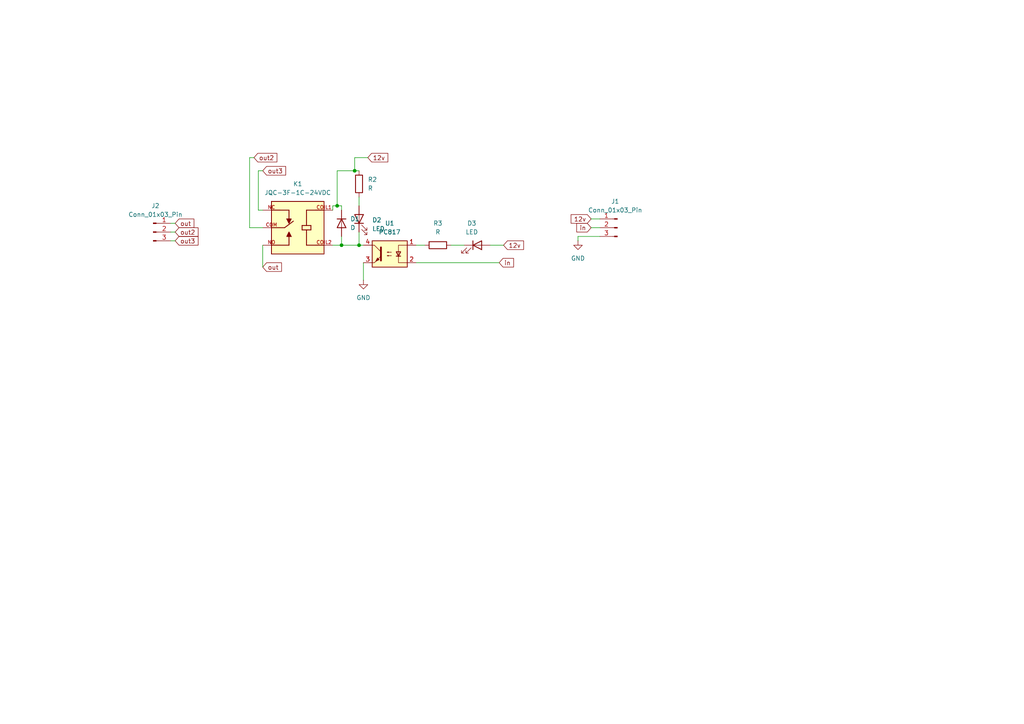
<source format=kicad_sch>
(kicad_sch
	(version 20231120)
	(generator "eeschema")
	(generator_version "8.0")
	(uuid "711123ed-1fea-4119-8f2e-d71af9db2218")
	(paper "A4")
	(lib_symbols
		(symbol "Connector:Conn_01x03_Pin"
			(pin_names
				(offset 1.016) hide)
			(exclude_from_sim no)
			(in_bom yes)
			(on_board yes)
			(property "Reference" "J"
				(at 0 5.08 0)
				(effects
					(font
						(size 1.27 1.27)
					)
				)
			)
			(property "Value" "Conn_01x03_Pin"
				(at 0 -5.08 0)
				(effects
					(font
						(size 1.27 1.27)
					)
				)
			)
			(property "Footprint" ""
				(at 0 0 0)
				(effects
					(font
						(size 1.27 1.27)
					)
					(hide yes)
				)
			)
			(property "Datasheet" "~"
				(at 0 0 0)
				(effects
					(font
						(size 1.27 1.27)
					)
					(hide yes)
				)
			)
			(property "Description" "Generic connector, single row, 01x03, script generated"
				(at 0 0 0)
				(effects
					(font
						(size 1.27 1.27)
					)
					(hide yes)
				)
			)
			(property "ki_locked" ""
				(at 0 0 0)
				(effects
					(font
						(size 1.27 1.27)
					)
				)
			)
			(property "ki_keywords" "connector"
				(at 0 0 0)
				(effects
					(font
						(size 1.27 1.27)
					)
					(hide yes)
				)
			)
			(property "ki_fp_filters" "Connector*:*_1x??_*"
				(at 0 0 0)
				(effects
					(font
						(size 1.27 1.27)
					)
					(hide yes)
				)
			)
			(symbol "Conn_01x03_Pin_1_1"
				(polyline
					(pts
						(xy 1.27 -2.54) (xy 0.8636 -2.54)
					)
					(stroke
						(width 0.1524)
						(type default)
					)
					(fill
						(type none)
					)
				)
				(polyline
					(pts
						(xy 1.27 0) (xy 0.8636 0)
					)
					(stroke
						(width 0.1524)
						(type default)
					)
					(fill
						(type none)
					)
				)
				(polyline
					(pts
						(xy 1.27 2.54) (xy 0.8636 2.54)
					)
					(stroke
						(width 0.1524)
						(type default)
					)
					(fill
						(type none)
					)
				)
				(rectangle
					(start 0.8636 -2.413)
					(end 0 -2.667)
					(stroke
						(width 0.1524)
						(type default)
					)
					(fill
						(type outline)
					)
				)
				(rectangle
					(start 0.8636 0.127)
					(end 0 -0.127)
					(stroke
						(width 0.1524)
						(type default)
					)
					(fill
						(type outline)
					)
				)
				(rectangle
					(start 0.8636 2.667)
					(end 0 2.413)
					(stroke
						(width 0.1524)
						(type default)
					)
					(fill
						(type outline)
					)
				)
				(pin passive line
					(at 5.08 2.54 180)
					(length 3.81)
					(name "Pin_1"
						(effects
							(font
								(size 1.27 1.27)
							)
						)
					)
					(number "1"
						(effects
							(font
								(size 1.27 1.27)
							)
						)
					)
				)
				(pin passive line
					(at 5.08 0 180)
					(length 3.81)
					(name "Pin_2"
						(effects
							(font
								(size 1.27 1.27)
							)
						)
					)
					(number "2"
						(effects
							(font
								(size 1.27 1.27)
							)
						)
					)
				)
				(pin passive line
					(at 5.08 -2.54 180)
					(length 3.81)
					(name "Pin_3"
						(effects
							(font
								(size 1.27 1.27)
							)
						)
					)
					(number "3"
						(effects
							(font
								(size 1.27 1.27)
							)
						)
					)
				)
			)
		)
		(symbol "Device:D"
			(pin_numbers hide)
			(pin_names
				(offset 1.016) hide)
			(exclude_from_sim no)
			(in_bom yes)
			(on_board yes)
			(property "Reference" "D"
				(at 0 2.54 0)
				(effects
					(font
						(size 1.27 1.27)
					)
				)
			)
			(property "Value" "D"
				(at 0 -2.54 0)
				(effects
					(font
						(size 1.27 1.27)
					)
				)
			)
			(property "Footprint" ""
				(at 0 0 0)
				(effects
					(font
						(size 1.27 1.27)
					)
					(hide yes)
				)
			)
			(property "Datasheet" "~"
				(at 0 0 0)
				(effects
					(font
						(size 1.27 1.27)
					)
					(hide yes)
				)
			)
			(property "Description" "Diode"
				(at 0 0 0)
				(effects
					(font
						(size 1.27 1.27)
					)
					(hide yes)
				)
			)
			(property "Sim.Device" "D"
				(at 0 0 0)
				(effects
					(font
						(size 1.27 1.27)
					)
					(hide yes)
				)
			)
			(property "Sim.Pins" "1=K 2=A"
				(at 0 0 0)
				(effects
					(font
						(size 1.27 1.27)
					)
					(hide yes)
				)
			)
			(property "ki_keywords" "diode"
				(at 0 0 0)
				(effects
					(font
						(size 1.27 1.27)
					)
					(hide yes)
				)
			)
			(property "ki_fp_filters" "TO-???* *_Diode_* *SingleDiode* D_*"
				(at 0 0 0)
				(effects
					(font
						(size 1.27 1.27)
					)
					(hide yes)
				)
			)
			(symbol "D_0_1"
				(polyline
					(pts
						(xy -1.27 1.27) (xy -1.27 -1.27)
					)
					(stroke
						(width 0.254)
						(type default)
					)
					(fill
						(type none)
					)
				)
				(polyline
					(pts
						(xy 1.27 0) (xy -1.27 0)
					)
					(stroke
						(width 0)
						(type default)
					)
					(fill
						(type none)
					)
				)
				(polyline
					(pts
						(xy 1.27 1.27) (xy 1.27 -1.27) (xy -1.27 0) (xy 1.27 1.27)
					)
					(stroke
						(width 0.254)
						(type default)
					)
					(fill
						(type none)
					)
				)
			)
			(symbol "D_1_1"
				(pin passive line
					(at -3.81 0 0)
					(length 2.54)
					(name "K"
						(effects
							(font
								(size 1.27 1.27)
							)
						)
					)
					(number "1"
						(effects
							(font
								(size 1.27 1.27)
							)
						)
					)
				)
				(pin passive line
					(at 3.81 0 180)
					(length 2.54)
					(name "A"
						(effects
							(font
								(size 1.27 1.27)
							)
						)
					)
					(number "2"
						(effects
							(font
								(size 1.27 1.27)
							)
						)
					)
				)
			)
		)
		(symbol "Device:LED"
			(pin_numbers hide)
			(pin_names
				(offset 1.016) hide)
			(exclude_from_sim no)
			(in_bom yes)
			(on_board yes)
			(property "Reference" "D"
				(at 0 2.54 0)
				(effects
					(font
						(size 1.27 1.27)
					)
				)
			)
			(property "Value" "LED"
				(at 0 -2.54 0)
				(effects
					(font
						(size 1.27 1.27)
					)
				)
			)
			(property "Footprint" ""
				(at 0 0 0)
				(effects
					(font
						(size 1.27 1.27)
					)
					(hide yes)
				)
			)
			(property "Datasheet" "~"
				(at 0 0 0)
				(effects
					(font
						(size 1.27 1.27)
					)
					(hide yes)
				)
			)
			(property "Description" "Light emitting diode"
				(at 0 0 0)
				(effects
					(font
						(size 1.27 1.27)
					)
					(hide yes)
				)
			)
			(property "ki_keywords" "LED diode"
				(at 0 0 0)
				(effects
					(font
						(size 1.27 1.27)
					)
					(hide yes)
				)
			)
			(property "ki_fp_filters" "LED* LED_SMD:* LED_THT:*"
				(at 0 0 0)
				(effects
					(font
						(size 1.27 1.27)
					)
					(hide yes)
				)
			)
			(symbol "LED_0_1"
				(polyline
					(pts
						(xy -1.27 -1.27) (xy -1.27 1.27)
					)
					(stroke
						(width 0.254)
						(type default)
					)
					(fill
						(type none)
					)
				)
				(polyline
					(pts
						(xy -1.27 0) (xy 1.27 0)
					)
					(stroke
						(width 0)
						(type default)
					)
					(fill
						(type none)
					)
				)
				(polyline
					(pts
						(xy 1.27 -1.27) (xy 1.27 1.27) (xy -1.27 0) (xy 1.27 -1.27)
					)
					(stroke
						(width 0.254)
						(type default)
					)
					(fill
						(type none)
					)
				)
				(polyline
					(pts
						(xy -3.048 -0.762) (xy -4.572 -2.286) (xy -3.81 -2.286) (xy -4.572 -2.286) (xy -4.572 -1.524)
					)
					(stroke
						(width 0)
						(type default)
					)
					(fill
						(type none)
					)
				)
				(polyline
					(pts
						(xy -1.778 -0.762) (xy -3.302 -2.286) (xy -2.54 -2.286) (xy -3.302 -2.286) (xy -3.302 -1.524)
					)
					(stroke
						(width 0)
						(type default)
					)
					(fill
						(type none)
					)
				)
			)
			(symbol "LED_1_1"
				(pin passive line
					(at -3.81 0 0)
					(length 2.54)
					(name "K"
						(effects
							(font
								(size 1.27 1.27)
							)
						)
					)
					(number "1"
						(effects
							(font
								(size 1.27 1.27)
							)
						)
					)
				)
				(pin passive line
					(at 3.81 0 180)
					(length 2.54)
					(name "A"
						(effects
							(font
								(size 1.27 1.27)
							)
						)
					)
					(number "2"
						(effects
							(font
								(size 1.27 1.27)
							)
						)
					)
				)
			)
		)
		(symbol "Device:R"
			(pin_numbers hide)
			(pin_names
				(offset 0)
			)
			(exclude_from_sim no)
			(in_bom yes)
			(on_board yes)
			(property "Reference" "R"
				(at 2.032 0 90)
				(effects
					(font
						(size 1.27 1.27)
					)
				)
			)
			(property "Value" "R"
				(at 0 0 90)
				(effects
					(font
						(size 1.27 1.27)
					)
				)
			)
			(property "Footprint" ""
				(at -1.778 0 90)
				(effects
					(font
						(size 1.27 1.27)
					)
					(hide yes)
				)
			)
			(property "Datasheet" "~"
				(at 0 0 0)
				(effects
					(font
						(size 1.27 1.27)
					)
					(hide yes)
				)
			)
			(property "Description" "Resistor"
				(at 0 0 0)
				(effects
					(font
						(size 1.27 1.27)
					)
					(hide yes)
				)
			)
			(property "ki_keywords" "R res resistor"
				(at 0 0 0)
				(effects
					(font
						(size 1.27 1.27)
					)
					(hide yes)
				)
			)
			(property "ki_fp_filters" "R_*"
				(at 0 0 0)
				(effects
					(font
						(size 1.27 1.27)
					)
					(hide yes)
				)
			)
			(symbol "R_0_1"
				(rectangle
					(start -1.016 -2.54)
					(end 1.016 2.54)
					(stroke
						(width 0.254)
						(type default)
					)
					(fill
						(type none)
					)
				)
			)
			(symbol "R_1_1"
				(pin passive line
					(at 0 3.81 270)
					(length 1.27)
					(name "~"
						(effects
							(font
								(size 1.27 1.27)
							)
						)
					)
					(number "1"
						(effects
							(font
								(size 1.27 1.27)
							)
						)
					)
				)
				(pin passive line
					(at 0 -3.81 90)
					(length 1.27)
					(name "~"
						(effects
							(font
								(size 1.27 1.27)
							)
						)
					)
					(number "2"
						(effects
							(font
								(size 1.27 1.27)
							)
						)
					)
				)
			)
		)
		(symbol "Isolator:PC817"
			(pin_names
				(offset 1.016)
			)
			(exclude_from_sim no)
			(in_bom yes)
			(on_board yes)
			(property "Reference" "U"
				(at -5.08 5.08 0)
				(effects
					(font
						(size 1.27 1.27)
					)
					(justify left)
				)
			)
			(property "Value" "PC817"
				(at 0 5.08 0)
				(effects
					(font
						(size 1.27 1.27)
					)
					(justify left)
				)
			)
			(property "Footprint" "Package_DIP:DIP-4_W7.62mm"
				(at -5.08 -5.08 0)
				(effects
					(font
						(size 1.27 1.27)
						(italic yes)
					)
					(justify left)
					(hide yes)
				)
			)
			(property "Datasheet" "http://www.soselectronic.cz/a_info/resource/d/pc817.pdf"
				(at 0 0 0)
				(effects
					(font
						(size 1.27 1.27)
					)
					(justify left)
					(hide yes)
				)
			)
			(property "Description" "DC Optocoupler, Vce 35V, CTR 50-300%, DIP-4"
				(at 0 0 0)
				(effects
					(font
						(size 1.27 1.27)
					)
					(hide yes)
				)
			)
			(property "ki_keywords" "NPN DC Optocoupler"
				(at 0 0 0)
				(effects
					(font
						(size 1.27 1.27)
					)
					(hide yes)
				)
			)
			(property "ki_fp_filters" "DIP*W7.62mm*"
				(at 0 0 0)
				(effects
					(font
						(size 1.27 1.27)
					)
					(hide yes)
				)
			)
			(symbol "PC817_0_1"
				(rectangle
					(start -5.08 3.81)
					(end 5.08 -3.81)
					(stroke
						(width 0.254)
						(type default)
					)
					(fill
						(type background)
					)
				)
				(polyline
					(pts
						(xy -3.175 -0.635) (xy -1.905 -0.635)
					)
					(stroke
						(width 0.254)
						(type default)
					)
					(fill
						(type none)
					)
				)
				(polyline
					(pts
						(xy 2.54 0.635) (xy 4.445 2.54)
					)
					(stroke
						(width 0)
						(type default)
					)
					(fill
						(type none)
					)
				)
				(polyline
					(pts
						(xy 4.445 -2.54) (xy 2.54 -0.635)
					)
					(stroke
						(width 0)
						(type default)
					)
					(fill
						(type outline)
					)
				)
				(polyline
					(pts
						(xy 4.445 -2.54) (xy 5.08 -2.54)
					)
					(stroke
						(width 0)
						(type default)
					)
					(fill
						(type none)
					)
				)
				(polyline
					(pts
						(xy 4.445 2.54) (xy 5.08 2.54)
					)
					(stroke
						(width 0)
						(type default)
					)
					(fill
						(type none)
					)
				)
				(polyline
					(pts
						(xy -5.08 2.54) (xy -2.54 2.54) (xy -2.54 -0.635)
					)
					(stroke
						(width 0)
						(type default)
					)
					(fill
						(type none)
					)
				)
				(polyline
					(pts
						(xy -2.54 -0.635) (xy -2.54 -2.54) (xy -5.08 -2.54)
					)
					(stroke
						(width 0)
						(type default)
					)
					(fill
						(type none)
					)
				)
				(polyline
					(pts
						(xy 2.54 1.905) (xy 2.54 -1.905) (xy 2.54 -1.905)
					)
					(stroke
						(width 0.508)
						(type default)
					)
					(fill
						(type none)
					)
				)
				(polyline
					(pts
						(xy -2.54 -0.635) (xy -3.175 0.635) (xy -1.905 0.635) (xy -2.54 -0.635)
					)
					(stroke
						(width 0.254)
						(type default)
					)
					(fill
						(type none)
					)
				)
				(polyline
					(pts
						(xy -0.508 -0.508) (xy 0.762 -0.508) (xy 0.381 -0.635) (xy 0.381 -0.381) (xy 0.762 -0.508)
					)
					(stroke
						(width 0)
						(type default)
					)
					(fill
						(type none)
					)
				)
				(polyline
					(pts
						(xy -0.508 0.508) (xy 0.762 0.508) (xy 0.381 0.381) (xy 0.381 0.635) (xy 0.762 0.508)
					)
					(stroke
						(width 0)
						(type default)
					)
					(fill
						(type none)
					)
				)
				(polyline
					(pts
						(xy 3.048 -1.651) (xy 3.556 -1.143) (xy 4.064 -2.159) (xy 3.048 -1.651) (xy 3.048 -1.651)
					)
					(stroke
						(width 0)
						(type default)
					)
					(fill
						(type outline)
					)
				)
			)
			(symbol "PC817_1_1"
				(pin passive line
					(at -7.62 2.54 0)
					(length 2.54)
					(name "~"
						(effects
							(font
								(size 1.27 1.27)
							)
						)
					)
					(number "1"
						(effects
							(font
								(size 1.27 1.27)
							)
						)
					)
				)
				(pin passive line
					(at -7.62 -2.54 0)
					(length 2.54)
					(name "~"
						(effects
							(font
								(size 1.27 1.27)
							)
						)
					)
					(number "2"
						(effects
							(font
								(size 1.27 1.27)
							)
						)
					)
				)
				(pin passive line
					(at 7.62 -2.54 180)
					(length 2.54)
					(name "~"
						(effects
							(font
								(size 1.27 1.27)
							)
						)
					)
					(number "3"
						(effects
							(font
								(size 1.27 1.27)
							)
						)
					)
				)
				(pin passive line
					(at 7.62 2.54 180)
					(length 2.54)
					(name "~"
						(effects
							(font
								(size 1.27 1.27)
							)
						)
					)
					(number "4"
						(effects
							(font
								(size 1.27 1.27)
							)
						)
					)
				)
			)
		)
		(symbol "JQC-3F-1C-24VDC:JQC-3F-1C-24VDC"
			(pin_names
				(offset 1.016)
			)
			(exclude_from_sim no)
			(in_bom yes)
			(on_board yes)
			(property "Reference" "K"
				(at -7.62 8.89 0)
				(effects
					(font
						(size 1.27 1.27)
					)
					(justify left bottom)
				)
			)
			(property "Value" "JQC-3F-1C-24VDC"
				(at -7.62 -10.16 0)
				(effects
					(font
						(size 1.27 1.27)
					)
					(justify left bottom)
				)
			)
			(property "Footprint" "JQC-3F-1C-24VDC:RELAY_JQC-3F-1C-24VDC"
				(at 0 0 0)
				(effects
					(font
						(size 1.27 1.27)
					)
					(justify bottom)
					(hide yes)
				)
			)
			(property "Datasheet" ""
				(at 0 0 0)
				(effects
					(font
						(size 1.27 1.27)
					)
					(hide yes)
				)
			)
			(property "Description" ""
				(at 0 0 0)
				(effects
					(font
						(size 1.27 1.27)
					)
					(hide yes)
				)
			)
			(property "MF" "YUEQING HENGWEI ELECTRONICS CO.,LTD."
				(at 0 0 0)
				(effects
					(font
						(size 1.27 1.27)
					)
					(justify bottom)
					(hide yes)
				)
			)
			(property "MAXIMUM_PACKAGE_HEIGHT" "15.5 mm"
				(at 0 0 0)
				(effects
					(font
						(size 1.27 1.27)
					)
					(justify bottom)
					(hide yes)
				)
			)
			(property "Package" "None"
				(at 0 0 0)
				(effects
					(font
						(size 1.27 1.27)
					)
					(justify bottom)
					(hide yes)
				)
			)
			(property "Price" "None"
				(at 0 0 0)
				(effects
					(font
						(size 1.27 1.27)
					)
					(justify bottom)
					(hide yes)
				)
			)
			(property "Check_prices" "https://www.snapeda.com/parts/JQC-3F-1C-24VDC/YUEQING+HENGWEI+ELECTRONICS+CO.%252CLTD./view-part/?ref=eda"
				(at 0 0 0)
				(effects
					(font
						(size 1.27 1.27)
					)
					(justify bottom)
					(hide yes)
				)
			)
			(property "STANDARD" "Manufacturer Recommendations"
				(at 0 0 0)
				(effects
					(font
						(size 1.27 1.27)
					)
					(justify bottom)
					(hide yes)
				)
			)
			(property "PARTREV" "N/A"
				(at 0 0 0)
				(effects
					(font
						(size 1.27 1.27)
					)
					(justify bottom)
					(hide yes)
				)
			)
			(property "SnapEDA_Link" "https://www.snapeda.com/parts/JQC-3F-1C-24VDC/YUEQING+HENGWEI+ELECTRONICS+CO.%252CLTD./view-part/?ref=snap"
				(at 0 0 0)
				(effects
					(font
						(size 1.27 1.27)
					)
					(justify bottom)
					(hide yes)
				)
			)
			(property "MP" "JQC-3F-1C-24VDC"
				(at 0 0 0)
				(effects
					(font
						(size 1.27 1.27)
					)
					(justify bottom)
					(hide yes)
				)
			)
			(property "Description_1" "\nMiniature PCB Relay 24VDC, 10A 250VAC, 15A 125VAC, 10A 250VAC\n"
				(at 0 0 0)
				(effects
					(font
						(size 1.27 1.27)
					)
					(justify bottom)
					(hide yes)
				)
			)
			(property "Availability" "Not in stock"
				(at 0 0 0)
				(effects
					(font
						(size 1.27 1.27)
					)
					(justify bottom)
					(hide yes)
				)
			)
			(property "MANUFACTURER" "YUEQING HENGWEI ELECTRONICS CO.,LTD."
				(at 0 0 0)
				(effects
					(font
						(size 1.27 1.27)
					)
					(justify bottom)
					(hide yes)
				)
			)
			(symbol "JQC-3F-1C-24VDC_0_0"
				(rectangle
					(start -7.62 -7.62)
					(end 7.62 7.62)
					(stroke
						(width 0.254)
						(type default)
					)
					(fill
						(type background)
					)
				)
				(polyline
					(pts
						(xy -7.62 -5.08) (xy -2.54 -5.08)
					)
					(stroke
						(width 0.254)
						(type default)
					)
					(fill
						(type none)
					)
				)
				(polyline
					(pts
						(xy -7.62 5.08) (xy -2.54 5.08)
					)
					(stroke
						(width 0.254)
						(type default)
					)
					(fill
						(type none)
					)
				)
				(polyline
					(pts
						(xy -3.81 -0.635) (xy -3.81 0.635)
					)
					(stroke
						(width 0.254)
						(type default)
					)
					(fill
						(type none)
					)
				)
				(polyline
					(pts
						(xy -3.81 0.635) (xy -2.54 0.635)
					)
					(stroke
						(width 0.254)
						(type default)
					)
					(fill
						(type none)
					)
				)
				(polyline
					(pts
						(xy -2.54 -0.635) (xy -3.81 -0.635)
					)
					(stroke
						(width 0.254)
						(type default)
					)
					(fill
						(type none)
					)
				)
				(polyline
					(pts
						(xy -2.54 -0.635) (xy -2.54 -5.08)
					)
					(stroke
						(width 0.254)
						(type default)
					)
					(fill
						(type none)
					)
				)
				(polyline
					(pts
						(xy -2.54 0.635) (xy -1.27 0.635)
					)
					(stroke
						(width 0.254)
						(type default)
					)
					(fill
						(type none)
					)
				)
				(polyline
					(pts
						(xy -2.54 5.08) (xy -2.54 0.635)
					)
					(stroke
						(width 0.254)
						(type default)
					)
					(fill
						(type none)
					)
				)
				(polyline
					(pts
						(xy -1.27 -0.635) (xy -2.54 -0.635)
					)
					(stroke
						(width 0.254)
						(type default)
					)
					(fill
						(type none)
					)
				)
				(polyline
					(pts
						(xy -1.27 0.635) (xy -1.27 -0.635)
					)
					(stroke
						(width 0.254)
						(type default)
					)
					(fill
						(type none)
					)
				)
				(polyline
					(pts
						(xy 2.54 -5.08) (xy 2.54 -2.54)
					)
					(stroke
						(width 0.254)
						(type default)
					)
					(fill
						(type none)
					)
				)
				(polyline
					(pts
						(xy 2.54 5.08) (xy 2.54 2.54)
					)
					(stroke
						(width 0.254)
						(type default)
					)
					(fill
						(type none)
					)
				)
				(polyline
					(pts
						(xy 2.54 5.08) (xy 7.62 5.08)
					)
					(stroke
						(width 0.254)
						(type default)
					)
					(fill
						(type none)
					)
				)
				(polyline
					(pts
						(xy 3.81 0) (xy 1.27 1.905)
					)
					(stroke
						(width 0.254)
						(type default)
					)
					(fill
						(type none)
					)
				)
				(polyline
					(pts
						(xy 7.62 -5.08) (xy 2.54 -5.08)
					)
					(stroke
						(width 0.254)
						(type default)
					)
					(fill
						(type none)
					)
				)
				(polyline
					(pts
						(xy 7.62 0) (xy 3.81 0)
					)
					(stroke
						(width 0.254)
						(type default)
					)
					(fill
						(type none)
					)
				)
				(polyline
					(pts
						(xy 1.905 -2.54) (xy 3.175 -2.54) (xy 2.54 -1.27) (xy 1.905 -2.54)
					)
					(stroke
						(width 0.254)
						(type default)
					)
					(fill
						(type outline)
					)
				)
				(polyline
					(pts
						(xy 3.175 2.54) (xy 1.905 2.54) (xy 2.54 1.27) (xy 3.175 2.54)
					)
					(stroke
						(width 0.254)
						(type default)
					)
					(fill
						(type outline)
					)
				)
				(pin passive line
					(at -10.16 5.08 0)
					(length 5.08)
					(name "~"
						(effects
							(font
								(size 1.016 1.016)
							)
						)
					)
					(number "COIL1"
						(effects
							(font
								(size 1.016 1.016)
							)
						)
					)
				)
				(pin passive line
					(at -10.16 -5.08 0)
					(length 5.08)
					(name "~"
						(effects
							(font
								(size 1.016 1.016)
							)
						)
					)
					(number "COIL2"
						(effects
							(font
								(size 1.016 1.016)
							)
						)
					)
				)
				(pin passive line
					(at 10.16 0 180)
					(length 5.08)
					(name "~"
						(effects
							(font
								(size 1.016 1.016)
							)
						)
					)
					(number "COM"
						(effects
							(font
								(size 1.016 1.016)
							)
						)
					)
				)
				(pin passive line
					(at 10.16 5.08 180)
					(length 5.08)
					(name "~"
						(effects
							(font
								(size 1.016 1.016)
							)
						)
					)
					(number "NC"
						(effects
							(font
								(size 1.016 1.016)
							)
						)
					)
				)
				(pin passive line
					(at 10.16 -5.08 180)
					(length 5.08)
					(name "~"
						(effects
							(font
								(size 1.016 1.016)
							)
						)
					)
					(number "NO"
						(effects
							(font
								(size 1.016 1.016)
							)
						)
					)
				)
			)
		)
		(symbol "power:GND"
			(power)
			(pin_numbers hide)
			(pin_names
				(offset 0) hide)
			(exclude_from_sim no)
			(in_bom yes)
			(on_board yes)
			(property "Reference" "#PWR"
				(at 0 -6.35 0)
				(effects
					(font
						(size 1.27 1.27)
					)
					(hide yes)
				)
			)
			(property "Value" "GND"
				(at 0 -3.81 0)
				(effects
					(font
						(size 1.27 1.27)
					)
				)
			)
			(property "Footprint" ""
				(at 0 0 0)
				(effects
					(font
						(size 1.27 1.27)
					)
					(hide yes)
				)
			)
			(property "Datasheet" ""
				(at 0 0 0)
				(effects
					(font
						(size 1.27 1.27)
					)
					(hide yes)
				)
			)
			(property "Description" "Power symbol creates a global label with name \"GND\" , ground"
				(at 0 0 0)
				(effects
					(font
						(size 1.27 1.27)
					)
					(hide yes)
				)
			)
			(property "ki_keywords" "global power"
				(at 0 0 0)
				(effects
					(font
						(size 1.27 1.27)
					)
					(hide yes)
				)
			)
			(symbol "GND_0_1"
				(polyline
					(pts
						(xy 0 0) (xy 0 -1.27) (xy 1.27 -1.27) (xy 0 -2.54) (xy -1.27 -1.27) (xy 0 -1.27)
					)
					(stroke
						(width 0)
						(type default)
					)
					(fill
						(type none)
					)
				)
			)
			(symbol "GND_1_1"
				(pin power_in line
					(at 0 0 270)
					(length 0)
					(name "~"
						(effects
							(font
								(size 1.27 1.27)
							)
						)
					)
					(number "1"
						(effects
							(font
								(size 1.27 1.27)
							)
						)
					)
				)
			)
		)
	)
	(junction
		(at 97.79 59.69)
		(diameter 0)
		(color 0 0 0 0)
		(uuid "61321102-33f8-4955-8ea5-6537fe5fca03")
	)
	(junction
		(at 102.87 49.53)
		(diameter 0)
		(color 0 0 0 0)
		(uuid "6f4db22d-6fc6-4dce-992c-93fbc40a1417")
	)
	(junction
		(at 104.14 71.12)
		(diameter 0)
		(color 0 0 0 0)
		(uuid "a67b4056-e9cd-4d19-9d5e-60b57e17ff98")
	)
	(junction
		(at 99.06 71.12)
		(diameter 0)
		(color 0 0 0 0)
		(uuid "cf85f512-58b7-4dca-a8f4-80b3c768b04b")
	)
	(wire
		(pts
			(xy 120.65 76.2) (xy 144.78 76.2)
		)
		(stroke
			(width 0)
			(type default)
		)
		(uuid "0947f0b1-ee93-42cc-aa75-331566293931")
	)
	(wire
		(pts
			(xy 99.06 71.12) (xy 104.14 71.12)
		)
		(stroke
			(width 0)
			(type default)
		)
		(uuid "14692ef4-d1e3-4be8-95f3-560bca1cd57b")
	)
	(wire
		(pts
			(xy 104.14 67.31) (xy 104.14 71.12)
		)
		(stroke
			(width 0)
			(type default)
		)
		(uuid "175e0ed4-43b2-4020-a671-75b6bb9dd4a9")
	)
	(wire
		(pts
			(xy 49.53 67.31) (xy 50.8 67.31)
		)
		(stroke
			(width 0)
			(type default)
		)
		(uuid "34305a8f-13be-4e9f-82f1-42c5bb8beeae")
	)
	(wire
		(pts
			(xy 106.68 45.72) (xy 102.87 45.72)
		)
		(stroke
			(width 0)
			(type default)
		)
		(uuid "3f8f2390-706e-4ef7-81b7-d4a70c96a6dd")
	)
	(wire
		(pts
			(xy 171.45 66.04) (xy 173.99 66.04)
		)
		(stroke
			(width 0)
			(type default)
		)
		(uuid "4ad36966-2c50-470e-9c9f-66e985289afc")
	)
	(wire
		(pts
			(xy 96.52 59.69) (xy 97.79 59.69)
		)
		(stroke
			(width 0)
			(type default)
		)
		(uuid "5110c547-4785-4663-a1c1-4b259da3ab91")
	)
	(wire
		(pts
			(xy 99.06 60.96) (xy 99.06 59.69)
		)
		(stroke
			(width 0)
			(type default)
		)
		(uuid "5eec5268-ae2c-47a3-93a2-a51f1a2cf2a6")
	)
	(wire
		(pts
			(xy 49.53 69.85) (xy 50.8 69.85)
		)
		(stroke
			(width 0)
			(type default)
		)
		(uuid "78bb927f-50e8-4563-9077-cf2e2fbcd818")
	)
	(wire
		(pts
			(xy 104.14 71.12) (xy 105.41 71.12)
		)
		(stroke
			(width 0)
			(type default)
		)
		(uuid "7b60728d-f6ed-4f62-9548-102409570041")
	)
	(wire
		(pts
			(xy 102.87 49.53) (xy 104.14 49.53)
		)
		(stroke
			(width 0)
			(type default)
		)
		(uuid "849284f1-c56c-4368-a0b8-cfae02159c1e")
	)
	(wire
		(pts
			(xy 130.81 71.12) (xy 134.62 71.12)
		)
		(stroke
			(width 0)
			(type default)
		)
		(uuid "85779d75-a906-40e0-8781-418e0c4e0ace")
	)
	(wire
		(pts
			(xy 171.45 63.5) (xy 173.99 63.5)
		)
		(stroke
			(width 0)
			(type default)
		)
		(uuid "a41ba84f-2622-4960-9322-e4ed1d8ec3b1")
	)
	(wire
		(pts
			(xy 74.93 60.96) (xy 76.2 60.96)
		)
		(stroke
			(width 0)
			(type default)
		)
		(uuid "a7d932d3-0f9e-43c5-94a9-db76e7ff3f1d")
	)
	(wire
		(pts
			(xy 97.79 49.53) (xy 102.87 49.53)
		)
		(stroke
			(width 0)
			(type default)
		)
		(uuid "a918ee78-38e5-4a89-8494-801e9841375e")
	)
	(wire
		(pts
			(xy 105.41 76.2) (xy 105.41 81.28)
		)
		(stroke
			(width 0)
			(type default)
		)
		(uuid "afe16041-d92c-48fe-9e67-d192b969bbd6")
	)
	(wire
		(pts
			(xy 142.24 71.12) (xy 146.05 71.12)
		)
		(stroke
			(width 0)
			(type default)
		)
		(uuid "b038a32c-ac67-43de-a1b8-1a0f411a09e1")
	)
	(wire
		(pts
			(xy 97.79 49.53) (xy 97.79 59.69)
		)
		(stroke
			(width 0)
			(type default)
		)
		(uuid "b08601ab-f51b-4aa2-98c0-776ae4f63918")
	)
	(wire
		(pts
			(xy 120.65 71.12) (xy 123.19 71.12)
		)
		(stroke
			(width 0)
			(type default)
		)
		(uuid "b7259045-2253-43cd-a0b1-cd0864a771fc")
	)
	(wire
		(pts
			(xy 73.66 45.72) (xy 72.39 45.72)
		)
		(stroke
			(width 0)
			(type default)
		)
		(uuid "bb211189-31e9-40e0-b84c-ce62c260ce03")
	)
	(wire
		(pts
			(xy 76.2 49.53) (xy 74.93 49.53)
		)
		(stroke
			(width 0)
			(type default)
		)
		(uuid "c30061c4-183c-4b00-a9eb-fdcfa596c693")
	)
	(wire
		(pts
			(xy 74.93 49.53) (xy 74.93 60.96)
		)
		(stroke
			(width 0)
			(type default)
		)
		(uuid "c7b8e058-58e8-4c59-be90-3a111056281a")
	)
	(wire
		(pts
			(xy 104.14 57.15) (xy 104.14 59.69)
		)
		(stroke
			(width 0)
			(type default)
		)
		(uuid "c7ca5126-8e82-4b5e-bcbd-ad4bc0b5869e")
	)
	(wire
		(pts
			(xy 72.39 66.04) (xy 76.2 66.04)
		)
		(stroke
			(width 0)
			(type default)
		)
		(uuid "c85d328c-4ff4-45c9-850a-c7641d2702a3")
	)
	(wire
		(pts
			(xy 76.2 71.12) (xy 76.2 77.47)
		)
		(stroke
			(width 0)
			(type default)
		)
		(uuid "c9115299-d1a0-42bb-9ca3-82a2ebe12c5c")
	)
	(wire
		(pts
			(xy 173.99 68.58) (xy 167.64 68.58)
		)
		(stroke
			(width 0)
			(type default)
		)
		(uuid "caffce5a-6430-48d0-b523-af73233d8867")
	)
	(wire
		(pts
			(xy 102.87 45.72) (xy 102.87 49.53)
		)
		(stroke
			(width 0)
			(type default)
		)
		(uuid "cbebb969-a293-4dfe-95c8-565f56469cfc")
	)
	(wire
		(pts
			(xy 96.52 60.96) (xy 96.52 59.69)
		)
		(stroke
			(width 0)
			(type default)
		)
		(uuid "d341ef1d-968c-42ba-b35d-c9dee4522cda")
	)
	(wire
		(pts
			(xy 99.06 68.58) (xy 99.06 71.12)
		)
		(stroke
			(width 0)
			(type default)
		)
		(uuid "dcd8cfed-51e8-4358-a5e3-5aa1da602c5f")
	)
	(wire
		(pts
			(xy 167.64 68.58) (xy 167.64 69.85)
		)
		(stroke
			(width 0)
			(type default)
		)
		(uuid "e198acd2-dd4b-4b8d-8b5d-8c405a211a22")
	)
	(wire
		(pts
			(xy 72.39 45.72) (xy 72.39 66.04)
		)
		(stroke
			(width 0)
			(type default)
		)
		(uuid "e56f6434-d156-488e-b709-1e65f2f3144e")
	)
	(wire
		(pts
			(xy 97.79 59.69) (xy 99.06 59.69)
		)
		(stroke
			(width 0)
			(type default)
		)
		(uuid "f3a922b9-4324-434c-a482-57759b695fff")
	)
	(wire
		(pts
			(xy 49.53 64.77) (xy 50.8 64.77)
		)
		(stroke
			(width 0)
			(type default)
		)
		(uuid "f5038304-c942-460b-bf8b-3d2280034a6a")
	)
	(wire
		(pts
			(xy 96.52 71.12) (xy 99.06 71.12)
		)
		(stroke
			(width 0)
			(type default)
		)
		(uuid "faa1f17b-7ed6-4184-aaec-cb6f4e628664")
	)
	(global_label "out2"
		(shape input)
		(at 73.66 45.72 0)
		(fields_autoplaced yes)
		(effects
			(font
				(size 1.27 1.27)
			)
			(justify left)
		)
		(uuid "00c27f80-91fb-4719-bcd2-67188b76fcad")
		(property "Intersheetrefs" "${INTERSHEET_REFS}"
			(at 80.8784 45.72 0)
			(effects
				(font
					(size 1.27 1.27)
				)
				(justify left)
				(hide yes)
			)
		)
	)
	(global_label "12v"
		(shape input)
		(at 171.45 63.5 180)
		(fields_autoplaced yes)
		(effects
			(font
				(size 1.27 1.27)
			)
			(justify right)
		)
		(uuid "0792bf64-627f-4b07-aa78-bb00dad629ca")
		(property "Intersheetrefs" "${INTERSHEET_REFS}"
			(at 165.0782 63.5 0)
			(effects
				(font
					(size 1.27 1.27)
				)
				(justify right)
				(hide yes)
			)
		)
	)
	(global_label "12v"
		(shape input)
		(at 106.68 45.72 0)
		(fields_autoplaced yes)
		(effects
			(font
				(size 1.27 1.27)
			)
			(justify left)
		)
		(uuid "096f2aa1-4400-43fd-a724-7a35a190b358")
		(property "Intersheetrefs" "${INTERSHEET_REFS}"
			(at 113.0518 45.72 0)
			(effects
				(font
					(size 1.27 1.27)
				)
				(justify left)
				(hide yes)
			)
		)
	)
	(global_label "in"
		(shape input)
		(at 171.45 66.04 180)
		(fields_autoplaced yes)
		(effects
			(font
				(size 1.27 1.27)
			)
			(justify right)
		)
		(uuid "0b2b58db-fd80-46cf-b38e-96c1536fedb4")
		(property "Intersheetrefs" "${INTERSHEET_REFS}"
			(at 166.711 66.04 0)
			(effects
				(font
					(size 1.27 1.27)
				)
				(justify right)
				(hide yes)
			)
		)
	)
	(global_label "out"
		(shape input)
		(at 50.8 64.77 0)
		(fields_autoplaced yes)
		(effects
			(font
				(size 1.27 1.27)
			)
			(justify left)
		)
		(uuid "2a4e30e2-a555-4693-9e62-31c920c2d875")
		(property "Intersheetrefs" "${INTERSHEET_REFS}"
			(at 56.8089 64.77 0)
			(effects
				(font
					(size 1.27 1.27)
				)
				(justify left)
				(hide yes)
			)
		)
	)
	(global_label "12v"
		(shape input)
		(at 146.05 71.12 0)
		(fields_autoplaced yes)
		(effects
			(font
				(size 1.27 1.27)
			)
			(justify left)
		)
		(uuid "80a3852a-caf7-4a17-988d-5221921f16c2")
		(property "Intersheetrefs" "${INTERSHEET_REFS}"
			(at 152.4218 71.12 0)
			(effects
				(font
					(size 1.27 1.27)
				)
				(justify left)
				(hide yes)
			)
		)
	)
	(global_label "in"
		(shape input)
		(at 144.78 76.2 0)
		(fields_autoplaced yes)
		(effects
			(font
				(size 1.27 1.27)
			)
			(justify left)
		)
		(uuid "8d1e7e6c-f4e8-456f-b0ef-95cc70a6e449")
		(property "Intersheetrefs" "${INTERSHEET_REFS}"
			(at 149.519 76.2 0)
			(effects
				(font
					(size 1.27 1.27)
				)
				(justify left)
				(hide yes)
			)
		)
	)
	(global_label "out3"
		(shape input)
		(at 76.2 49.53 0)
		(fields_autoplaced yes)
		(effects
			(font
				(size 1.27 1.27)
			)
			(justify left)
		)
		(uuid "9841542d-9786-4dbe-8c2a-089c59a6c900")
		(property "Intersheetrefs" "${INTERSHEET_REFS}"
			(at 83.4184 49.53 0)
			(effects
				(font
					(size 1.27 1.27)
				)
				(justify left)
				(hide yes)
			)
		)
	)
	(global_label "out"
		(shape input)
		(at 76.2 77.47 0)
		(fields_autoplaced yes)
		(effects
			(font
				(size 1.27 1.27)
			)
			(justify left)
		)
		(uuid "b5713993-22ed-451b-84f2-064b667f9618")
		(property "Intersheetrefs" "${INTERSHEET_REFS}"
			(at 82.2089 77.47 0)
			(effects
				(font
					(size 1.27 1.27)
				)
				(justify left)
				(hide yes)
			)
		)
	)
	(global_label "out3"
		(shape input)
		(at 50.8 69.85 0)
		(fields_autoplaced yes)
		(effects
			(font
				(size 1.27 1.27)
			)
			(justify left)
		)
		(uuid "dd6e8d0d-9c67-423d-a437-e5d2eaf733e2")
		(property "Intersheetrefs" "${INTERSHEET_REFS}"
			(at 58.0184 69.85 0)
			(effects
				(font
					(size 1.27 1.27)
				)
				(justify left)
				(hide yes)
			)
		)
	)
	(global_label "out2"
		(shape input)
		(at 50.8 67.31 0)
		(fields_autoplaced yes)
		(effects
			(font
				(size 1.27 1.27)
			)
			(justify left)
		)
		(uuid "fc4c980e-2e24-4009-9841-85167868ebbb")
		(property "Intersheetrefs" "${INTERSHEET_REFS}"
			(at 58.0184 67.31 0)
			(effects
				(font
					(size 1.27 1.27)
				)
				(justify left)
				(hide yes)
			)
		)
	)
	(symbol
		(lib_id "Device:D")
		(at 99.06 64.77 270)
		(unit 1)
		(exclude_from_sim no)
		(in_bom yes)
		(on_board yes)
		(dnp no)
		(fields_autoplaced yes)
		(uuid "0050f582-cfc5-4e27-bbc0-42ba89381cfd")
		(property "Reference" "D1"
			(at 101.6 63.4999 90)
			(effects
				(font
					(size 1.27 1.27)
				)
				(justify left)
			)
		)
		(property "Value" "D"
			(at 101.6 66.0399 90)
			(effects
				(font
					(size 1.27 1.27)
				)
				(justify left)
			)
		)
		(property "Footprint" "Diode_THT:D_5W_P10.16mm_Horizontal"
			(at 99.06 64.77 0)
			(effects
				(font
					(size 1.27 1.27)
				)
				(hide yes)
			)
		)
		(property "Datasheet" "~"
			(at 99.06 64.77 0)
			(effects
				(font
					(size 1.27 1.27)
				)
				(hide yes)
			)
		)
		(property "Description" "Diode"
			(at 99.06 64.77 0)
			(effects
				(font
					(size 1.27 1.27)
				)
				(hide yes)
			)
		)
		(property "Sim.Device" "D"
			(at 99.06 64.77 0)
			(effects
				(font
					(size 1.27 1.27)
				)
				(hide yes)
			)
		)
		(property "Sim.Pins" "1=K 2=A"
			(at 99.06 64.77 0)
			(effects
				(font
					(size 1.27 1.27)
				)
				(hide yes)
			)
		)
		(pin "2"
			(uuid "1712f3fb-8225-40d4-9bff-d9e3c0304779")
		)
		(pin "1"
			(uuid "0fb007e9-5fdf-40fb-8837-41357b39548e")
		)
		(instances
			(project "röle"
				(path "/711123ed-1fea-4119-8f2e-d71af9db2218"
					(reference "D1")
					(unit 1)
				)
			)
		)
	)
	(symbol
		(lib_id "Device:R")
		(at 104.14 53.34 0)
		(unit 1)
		(exclude_from_sim no)
		(in_bom yes)
		(on_board yes)
		(dnp no)
		(fields_autoplaced yes)
		(uuid "0b11ea91-4a41-4e1c-9219-15049b956e95")
		(property "Reference" "R2"
			(at 106.68 52.0699 0)
			(effects
				(font
					(size 1.27 1.27)
				)
				(justify left)
			)
		)
		(property "Value" "R"
			(at 106.68 54.6099 0)
			(effects
				(font
					(size 1.27 1.27)
				)
				(justify left)
			)
		)
		(property "Footprint" "Resistor_THT:R_Axial_DIN0207_L6.3mm_D2.5mm_P10.16mm_Horizontal"
			(at 102.362 53.34 90)
			(effects
				(font
					(size 1.27 1.27)
				)
				(hide yes)
			)
		)
		(property "Datasheet" "~"
			(at 104.14 53.34 0)
			(effects
				(font
					(size 1.27 1.27)
				)
				(hide yes)
			)
		)
		(property "Description" "Resistor"
			(at 104.14 53.34 0)
			(effects
				(font
					(size 1.27 1.27)
				)
				(hide yes)
			)
		)
		(pin "2"
			(uuid "4f3f7d14-c2d8-4b4a-a733-f74910af9b19")
		)
		(pin "1"
			(uuid "5fa57bb0-bcd8-48f8-8f25-79d2bb80f07a")
		)
		(instances
			(project "röle"
				(path "/711123ed-1fea-4119-8f2e-d71af9db2218"
					(reference "R2")
					(unit 1)
				)
			)
		)
	)
	(symbol
		(lib_id "Connector:Conn_01x03_Pin")
		(at 44.45 67.31 0)
		(unit 1)
		(exclude_from_sim no)
		(in_bom yes)
		(on_board yes)
		(dnp no)
		(uuid "41080e11-c219-4b9b-90cb-56b789acd08a")
		(property "Reference" "J2"
			(at 45.085 59.69 0)
			(effects
				(font
					(size 1.27 1.27)
				)
			)
		)
		(property "Value" "Conn_01x03_Pin"
			(at 45.085 62.23 0)
			(effects
				(font
					(size 1.27 1.27)
				)
			)
		)
		(property "Footprint" "Connector_Phoenix_MC_HighVoltage:PhoenixContact_MCV_1,5_3-G-5.08_1x03_P5.08mm_Vertical"
			(at 44.45 67.31 0)
			(effects
				(font
					(size 1.27 1.27)
				)
				(hide yes)
			)
		)
		(property "Datasheet" "~"
			(at 44.45 67.31 0)
			(effects
				(font
					(size 1.27 1.27)
				)
				(hide yes)
			)
		)
		(property "Description" "Generic connector, single row, 01x03, script generated"
			(at 44.45 67.31 0)
			(effects
				(font
					(size 1.27 1.27)
				)
				(hide yes)
			)
		)
		(pin "3"
			(uuid "c4e15e40-e688-45f7-8936-f751c3617bbc")
		)
		(pin "2"
			(uuid "45aa4d4c-d521-4ead-9ecd-8882cc6803f5")
		)
		(pin "1"
			(uuid "661b44b4-eef2-4c6f-a334-fe5f769376eb")
		)
		(instances
			(project "röle"
				(path "/711123ed-1fea-4119-8f2e-d71af9db2218"
					(reference "J2")
					(unit 1)
				)
			)
		)
	)
	(symbol
		(lib_id "Device:LED")
		(at 104.14 63.5 90)
		(unit 1)
		(exclude_from_sim no)
		(in_bom yes)
		(on_board yes)
		(dnp no)
		(fields_autoplaced yes)
		(uuid "6a777b47-c9ad-4a30-b714-697e90e91cc8")
		(property "Reference" "D2"
			(at 107.95 63.8174 90)
			(effects
				(font
					(size 1.27 1.27)
				)
				(justify right)
			)
		)
		(property "Value" "LED"
			(at 107.95 66.3574 90)
			(effects
				(font
					(size 1.27 1.27)
				)
				(justify right)
			)
		)
		(property "Footprint" "LED_THT:LED_D5.0mm_Clear"
			(at 104.14 63.5 0)
			(effects
				(font
					(size 1.27 1.27)
				)
				(hide yes)
			)
		)
		(property "Datasheet" "~"
			(at 104.14 63.5 0)
			(effects
				(font
					(size 1.27 1.27)
				)
				(hide yes)
			)
		)
		(property "Description" "Light emitting diode"
			(at 104.14 63.5 0)
			(effects
				(font
					(size 1.27 1.27)
				)
				(hide yes)
			)
		)
		(pin "1"
			(uuid "2af22aad-059f-4b65-ba0f-0c676f738b46")
		)
		(pin "2"
			(uuid "5b13e058-647b-4686-8968-e4c892c5f86e")
		)
		(instances
			(project "röle"
				(path "/711123ed-1fea-4119-8f2e-d71af9db2218"
					(reference "D2")
					(unit 1)
				)
			)
		)
	)
	(symbol
		(lib_id "JQC-3F-1C-24VDC:JQC-3F-1C-24VDC")
		(at 86.36 66.04 0)
		(mirror y)
		(unit 1)
		(exclude_from_sim no)
		(in_bom yes)
		(on_board yes)
		(dnp no)
		(uuid "6cef5ba7-72fe-4fa0-8aa5-9d39dfa9e2be")
		(property "Reference" "K1"
			(at 86.36 53.34 0)
			(effects
				(font
					(size 1.27 1.27)
				)
			)
		)
		(property "Value" "JQC-3F-1C-24VDC"
			(at 86.36 55.88 0)
			(effects
				(font
					(size 1.27 1.27)
				)
			)
		)
		(property "Footprint" "3rdparty:RELAY_JQC-3F-1C-24VDC"
			(at 86.36 66.04 0)
			(effects
				(font
					(size 1.27 1.27)
				)
				(justify bottom)
				(hide yes)
			)
		)
		(property "Datasheet" ""
			(at 86.36 66.04 0)
			(effects
				(font
					(size 1.27 1.27)
				)
				(hide yes)
			)
		)
		(property "Description" ""
			(at 86.36 66.04 0)
			(effects
				(font
					(size 1.27 1.27)
				)
				(hide yes)
			)
		)
		(property "MF" "YUEQING HENGWEI ELECTRONICS CO.,LTD."
			(at 86.36 66.04 0)
			(effects
				(font
					(size 1.27 1.27)
				)
				(justify bottom)
				(hide yes)
			)
		)
		(property "MAXIMUM_PACKAGE_HEIGHT" "15.5 mm"
			(at 86.36 66.04 0)
			(effects
				(font
					(size 1.27 1.27)
				)
				(justify bottom)
				(hide yes)
			)
		)
		(property "Package" "None"
			(at 86.36 66.04 0)
			(effects
				(font
					(size 1.27 1.27)
				)
				(justify bottom)
				(hide yes)
			)
		)
		(property "Price" "None"
			(at 86.36 66.04 0)
			(effects
				(font
					(size 1.27 1.27)
				)
				(justify bottom)
				(hide yes)
			)
		)
		(property "Check_prices" "https://www.snapeda.com/parts/JQC-3F-1C-24VDC/YUEQING+HENGWEI+ELECTRONICS+CO.%252CLTD./view-part/?ref=eda"
			(at 86.36 66.04 0)
			(effects
				(font
					(size 1.27 1.27)
				)
				(justify bottom)
				(hide yes)
			)
		)
		(property "STANDARD" "Manufacturer Recommendations"
			(at 86.36 66.04 0)
			(effects
				(font
					(size 1.27 1.27)
				)
				(justify bottom)
				(hide yes)
			)
		)
		(property "PARTREV" "N/A"
			(at 86.36 66.04 0)
			(effects
				(font
					(size 1.27 1.27)
				)
				(justify bottom)
				(hide yes)
			)
		)
		(property "SnapEDA_Link" "https://www.snapeda.com/parts/JQC-3F-1C-24VDC/YUEQING+HENGWEI+ELECTRONICS+CO.%252CLTD./view-part/?ref=snap"
			(at 86.36 66.04 0)
			(effects
				(font
					(size 1.27 1.27)
				)
				(justify bottom)
				(hide yes)
			)
		)
		(property "MP" "JQC-3F-1C-24VDC"
			(at 86.36 66.04 0)
			(effects
				(font
					(size 1.27 1.27)
				)
				(justify bottom)
				(hide yes)
			)
		)
		(property "Description_1" "\nMiniature PCB Relay 24VDC, 10A 250VAC, 15A 125VAC, 10A 250VAC\n"
			(at 86.36 66.04 0)
			(effects
				(font
					(size 1.27 1.27)
				)
				(justify bottom)
				(hide yes)
			)
		)
		(property "Availability" "Not in stock"
			(at 86.36 66.04 0)
			(effects
				(font
					(size 1.27 1.27)
				)
				(justify bottom)
				(hide yes)
			)
		)
		(property "MANUFACTURER" "YUEQING HENGWEI ELECTRONICS CO.,LTD."
			(at 86.36 66.04 0)
			(effects
				(font
					(size 1.27 1.27)
				)
				(justify bottom)
				(hide yes)
			)
		)
		(pin "NO"
			(uuid "5cec2467-bf20-41e5-866f-7921d229d21b")
		)
		(pin "NC"
			(uuid "fb12e2ed-b7c4-47f3-966e-e43964c1fa64")
		)
		(pin "COIL1"
			(uuid "7beb1c40-22d8-49a9-9634-ed10eb2348ef")
		)
		(pin "COIL2"
			(uuid "b2705e45-917e-414b-9f0d-15039633b022")
		)
		(pin "COM"
			(uuid "418da271-9265-4b38-90b4-2b1821dab6c2")
		)
		(instances
			(project "röle"
				(path "/711123ed-1fea-4119-8f2e-d71af9db2218"
					(reference "K1")
					(unit 1)
				)
			)
		)
	)
	(symbol
		(lib_id "power:GND")
		(at 105.41 81.28 0)
		(unit 1)
		(exclude_from_sim no)
		(in_bom yes)
		(on_board yes)
		(dnp no)
		(fields_autoplaced yes)
		(uuid "919f897f-3390-40af-8cfb-12aad29e1f31")
		(property "Reference" "#PWR01"
			(at 105.41 87.63 0)
			(effects
				(font
					(size 1.27 1.27)
				)
				(hide yes)
			)
		)
		(property "Value" "GND"
			(at 105.41 86.36 0)
			(effects
				(font
					(size 1.27 1.27)
				)
			)
		)
		(property "Footprint" ""
			(at 105.41 81.28 0)
			(effects
				(font
					(size 1.27 1.27)
				)
				(hide yes)
			)
		)
		(property "Datasheet" ""
			(at 105.41 81.28 0)
			(effects
				(font
					(size 1.27 1.27)
				)
				(hide yes)
			)
		)
		(property "Description" "Power symbol creates a global label with name \"GND\" , ground"
			(at 105.41 81.28 0)
			(effects
				(font
					(size 1.27 1.27)
				)
				(hide yes)
			)
		)
		(pin "1"
			(uuid "1b8245e7-4696-4c59-889b-3b5efa0393a6")
		)
		(instances
			(project "röle"
				(path "/711123ed-1fea-4119-8f2e-d71af9db2218"
					(reference "#PWR01")
					(unit 1)
				)
			)
		)
	)
	(symbol
		(lib_id "Device:LED")
		(at 138.43 71.12 0)
		(unit 1)
		(exclude_from_sim no)
		(in_bom yes)
		(on_board yes)
		(dnp no)
		(fields_autoplaced yes)
		(uuid "9e521ab3-5531-4581-9ad5-6cbdcde1f281")
		(property "Reference" "D3"
			(at 136.8425 64.77 0)
			(effects
				(font
					(size 1.27 1.27)
				)
			)
		)
		(property "Value" "LED"
			(at 136.8425 67.31 0)
			(effects
				(font
					(size 1.27 1.27)
				)
			)
		)
		(property "Footprint" "LED_THT:LED_D5.0mm_Clear"
			(at 138.43 71.12 0)
			(effects
				(font
					(size 1.27 1.27)
				)
				(hide yes)
			)
		)
		(property "Datasheet" "~"
			(at 138.43 71.12 0)
			(effects
				(font
					(size 1.27 1.27)
				)
				(hide yes)
			)
		)
		(property "Description" "Light emitting diode"
			(at 138.43 71.12 0)
			(effects
				(font
					(size 1.27 1.27)
				)
				(hide yes)
			)
		)
		(pin "1"
			(uuid "c95c7006-7c6c-4f94-844c-b99a944b4305")
		)
		(pin "2"
			(uuid "92ca1bd1-4d8b-4db6-89e4-2dc9354f08e3")
		)
		(instances
			(project "röle"
				(path "/711123ed-1fea-4119-8f2e-d71af9db2218"
					(reference "D3")
					(unit 1)
				)
			)
		)
	)
	(symbol
		(lib_id "Connector:Conn_01x03_Pin")
		(at 179.07 66.04 0)
		(mirror y)
		(unit 1)
		(exclude_from_sim no)
		(in_bom yes)
		(on_board yes)
		(dnp no)
		(uuid "a64b8580-a642-4d77-80da-81873da4277c")
		(property "Reference" "J1"
			(at 178.435 58.42 0)
			(effects
				(font
					(size 1.27 1.27)
				)
			)
		)
		(property "Value" "Conn_01x03_Pin"
			(at 178.435 60.96 0)
			(effects
				(font
					(size 1.27 1.27)
				)
			)
		)
		(property "Footprint" "Connector_Phoenix_MC_HighVoltage:PhoenixContact_MCV_1,5_3-G-5.08_1x03_P5.08mm_Vertical"
			(at 179.07 66.04 0)
			(effects
				(font
					(size 1.27 1.27)
				)
				(hide yes)
			)
		)
		(property "Datasheet" "~"
			(at 179.07 66.04 0)
			(effects
				(font
					(size 1.27 1.27)
				)
				(hide yes)
			)
		)
		(property "Description" "Generic connector, single row, 01x03, script generated"
			(at 179.07 66.04 0)
			(effects
				(font
					(size 1.27 1.27)
				)
				(hide yes)
			)
		)
		(pin "3"
			(uuid "454adc2f-8402-4e54-95e3-c1f7f629e2f6")
		)
		(pin "2"
			(uuid "fc13ed5b-e9ef-4f99-842d-9d7429813431")
		)
		(pin "1"
			(uuid "7f569794-9c57-4414-8652-d6ae8c6ff2e5")
		)
		(instances
			(project "röle"
				(path "/711123ed-1fea-4119-8f2e-d71af9db2218"
					(reference "J1")
					(unit 1)
				)
			)
		)
	)
	(symbol
		(lib_id "power:GND")
		(at 167.64 69.85 0)
		(unit 1)
		(exclude_from_sim no)
		(in_bom yes)
		(on_board yes)
		(dnp no)
		(fields_autoplaced yes)
		(uuid "a64dce03-7fb2-4bd0-848d-e357673c7643")
		(property "Reference" "#PWR02"
			(at 167.64 76.2 0)
			(effects
				(font
					(size 1.27 1.27)
				)
				(hide yes)
			)
		)
		(property "Value" "GND"
			(at 167.64 74.93 0)
			(effects
				(font
					(size 1.27 1.27)
				)
			)
		)
		(property "Footprint" ""
			(at 167.64 69.85 0)
			(effects
				(font
					(size 1.27 1.27)
				)
				(hide yes)
			)
		)
		(property "Datasheet" ""
			(at 167.64 69.85 0)
			(effects
				(font
					(size 1.27 1.27)
				)
				(hide yes)
			)
		)
		(property "Description" "Power symbol creates a global label with name \"GND\" , ground"
			(at 167.64 69.85 0)
			(effects
				(font
					(size 1.27 1.27)
				)
				(hide yes)
			)
		)
		(pin "1"
			(uuid "12513537-fa7b-4309-aa2d-23e9199d9811")
		)
		(instances
			(project "röle"
				(path "/711123ed-1fea-4119-8f2e-d71af9db2218"
					(reference "#PWR02")
					(unit 1)
				)
			)
		)
	)
	(symbol
		(lib_id "Isolator:PC817")
		(at 113.03 73.66 0)
		(mirror y)
		(unit 1)
		(exclude_from_sim no)
		(in_bom yes)
		(on_board yes)
		(dnp no)
		(uuid "b659ccb2-72e9-40f7-a17f-a40033b18a2d")
		(property "Reference" "U1"
			(at 113.03 64.77 0)
			(effects
				(font
					(size 1.27 1.27)
				)
			)
		)
		(property "Value" "PC817"
			(at 113.03 67.31 0)
			(effects
				(font
					(size 1.27 1.27)
				)
			)
		)
		(property "Footprint" "Package_DIP:DIP-4_W7.62mm"
			(at 118.11 78.74 0)
			(effects
				(font
					(size 1.27 1.27)
					(italic yes)
				)
				(justify left)
				(hide yes)
			)
		)
		(property "Datasheet" "http://www.soselectronic.cz/a_info/resource/d/pc817.pdf"
			(at 113.03 73.66 0)
			(effects
				(font
					(size 1.27 1.27)
				)
				(justify left)
				(hide yes)
			)
		)
		(property "Description" "DC Optocoupler, Vce 35V, CTR 50-300%, DIP-4"
			(at 113.03 73.66 0)
			(effects
				(font
					(size 1.27 1.27)
				)
				(hide yes)
			)
		)
		(pin "4"
			(uuid "324f3cdf-1d79-4e4e-8231-0f81a9d0dd9e")
		)
		(pin "1"
			(uuid "5d554ef5-719b-4c7f-99ff-fcc44bec9c93")
		)
		(pin "3"
			(uuid "b18d6d9a-8240-48b4-8705-e806e24f84e8")
		)
		(pin "2"
			(uuid "3a61c41b-c4b4-4b65-8ef4-2e66887d83da")
		)
		(instances
			(project "röle"
				(path "/711123ed-1fea-4119-8f2e-d71af9db2218"
					(reference "U1")
					(unit 1)
				)
			)
		)
	)
	(symbol
		(lib_id "Device:R")
		(at 127 71.12 270)
		(unit 1)
		(exclude_from_sim no)
		(in_bom yes)
		(on_board yes)
		(dnp no)
		(fields_autoplaced yes)
		(uuid "c4b2eec9-eb50-45ab-87ff-7d4aa019b480")
		(property "Reference" "R3"
			(at 127 64.77 90)
			(effects
				(font
					(size 1.27 1.27)
				)
			)
		)
		(property "Value" "R"
			(at 127 67.31 90)
			(effects
				(font
					(size 1.27 1.27)
				)
			)
		)
		(property "Footprint" "Resistor_THT:R_Axial_DIN0207_L6.3mm_D2.5mm_P10.16mm_Horizontal"
			(at 127 69.342 90)
			(effects
				(font
					(size 1.27 1.27)
				)
				(hide yes)
			)
		)
		(property "Datasheet" "~"
			(at 127 71.12 0)
			(effects
				(font
					(size 1.27 1.27)
				)
				(hide yes)
			)
		)
		(property "Description" "Resistor"
			(at 127 71.12 0)
			(effects
				(font
					(size 1.27 1.27)
				)
				(hide yes)
			)
		)
		(pin "2"
			(uuid "0497cc35-55bc-4758-b8f8-2048c1be4d2e")
		)
		(pin "1"
			(uuid "2f156530-a3b4-4cfd-8920-756b29a38599")
		)
		(instances
			(project "röle"
				(path "/711123ed-1fea-4119-8f2e-d71af9db2218"
					(reference "R3")
					(unit 1)
				)
			)
		)
	)
	(sheet_instances
		(path "/"
			(page "1")
		)
	)
)

</source>
